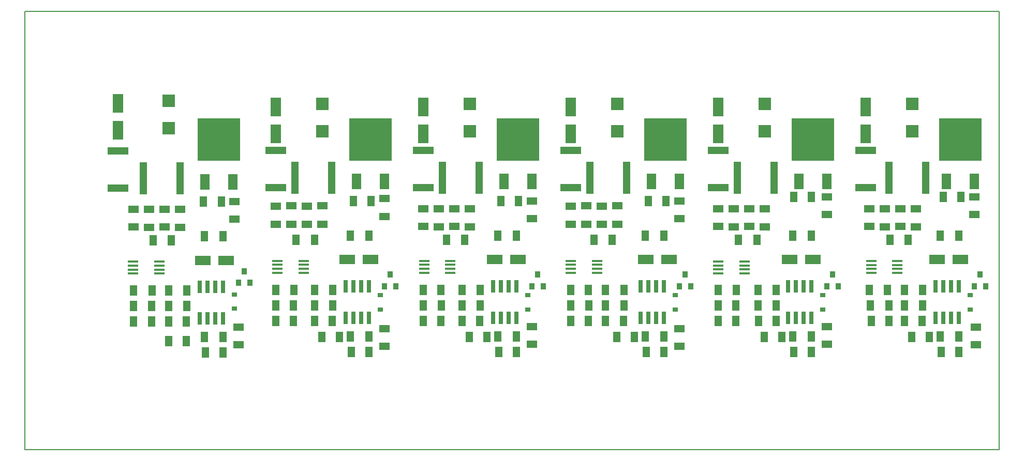
<source format=gbr>
G04 PROTEUS RS274X GERBER FILE*
%FSLAX45Y45*%
%MOMM*%
G01*
%ADD32R,0.889000X1.016000*%
%ADD29R,6.985000X6.985000*%
%ADD72R,1.524000X2.540000*%
%ADD26R,2.108200X2.108200*%
%ADD31R,0.889000X0.635000*%
%ADD20R,1.193800X5.308600*%
%ADD27R,1.651000X3.048000*%
%ADD33R,1.778000X0.381000*%
%ADD73R,0.635000X2.032000*%
%ADD28R,3.403600X1.244600*%
%ADD30R,2.540000X1.524000*%
%ADD24R,1.143000X1.803400*%
%ADD25R,1.803400X1.143000*%
%ADD39C,0.203200*%
D32*
X+8196580Y-1389380D03*
X+8290560Y-1579880D03*
X+8102600Y-1579880D03*
D29*
X+7874000Y+825500D03*
D72*
X+8102600Y+134620D03*
X+7645400Y+134620D03*
D32*
X+5783580Y-1389380D03*
X+5877560Y-1579880D03*
X+5689600Y-1579880D03*
D29*
X+5461000Y+825500D03*
D72*
X+5689600Y+134620D03*
X+5232400Y+134620D03*
D32*
X+3370580Y-1389380D03*
X+3464560Y-1579880D03*
X+3276600Y-1579880D03*
D29*
X+3048000Y+825500D03*
D72*
X+3276600Y+134620D03*
X+2819400Y+134620D03*
D32*
X+957580Y-1389380D03*
X+1051560Y-1579880D03*
X+863600Y-1579880D03*
D29*
X+635000Y+825500D03*
D72*
X+863600Y+134620D03*
X+406400Y+134620D03*
D32*
X-1455420Y-1389380D03*
X-1361440Y-1579880D03*
X-1549400Y-1579880D03*
D29*
X-1778000Y+825500D03*
D72*
X-1549400Y+134620D03*
X-2006600Y+134620D03*
D26*
X+7086600Y+1404620D03*
X+7086600Y+954620D03*
D31*
X+8039100Y-1960880D03*
X+8039100Y-1725930D03*
D26*
X+4673600Y+1404620D03*
X+4673600Y+954620D03*
D31*
X+5626100Y-1960880D03*
X+5626100Y-1725930D03*
D26*
X+2260600Y+1404620D03*
X+2260600Y+954620D03*
D31*
X+3213100Y-1960880D03*
X+3213100Y-1725930D03*
D26*
X-152400Y+1404620D03*
X-152400Y+954620D03*
D31*
X+800100Y-1960880D03*
X+800100Y-1725930D03*
D26*
X-2565400Y+1404620D03*
X-2565400Y+954620D03*
D31*
X-1612900Y-1960880D03*
X-1612900Y-1725930D03*
D20*
X+6705600Y+198120D03*
X+7305600Y+198120D03*
X+4229100Y+198120D03*
X+4829100Y+198120D03*
X+1816100Y+198120D03*
X+2416100Y+198120D03*
X-596900Y+198120D03*
X+3100Y+198120D03*
X-3009900Y+198120D03*
X-2409900Y+198120D03*
D27*
X+6324600Y+914620D03*
X+6324600Y+1359120D03*
X+3911600Y+914620D03*
X+3911600Y+1359120D03*
X+1498600Y+914620D03*
X+1498600Y+1359120D03*
X-914400Y+914620D03*
X-914400Y+1359120D03*
X-3327400Y+914620D03*
X-3327400Y+1359120D03*
D33*
X+6845300Y-1168400D03*
X+6845300Y-1233400D03*
X+6845300Y-1298400D03*
X+6845300Y-1363400D03*
X+6415300Y-1363400D03*
X+6415300Y-1298400D03*
X+6415300Y-1233400D03*
X+6415300Y-1168400D03*
D73*
X+7848600Y-2100580D03*
X+7721600Y-2100580D03*
X+7594600Y-2100580D03*
X+7467600Y-2100580D03*
X+7467600Y-1579880D03*
X+7594600Y-1579880D03*
X+7721600Y-1579880D03*
X+7848600Y-1579880D03*
D33*
X+4341600Y-1176600D03*
X+4341600Y-1241600D03*
X+4341600Y-1306600D03*
X+4341600Y-1371600D03*
X+3911600Y-1371600D03*
X+3911600Y-1306600D03*
X+3911600Y-1241600D03*
X+3911600Y-1176600D03*
D73*
X+5435600Y-2100580D03*
X+5308600Y-2100580D03*
X+5181600Y-2100580D03*
X+5054600Y-2100580D03*
X+5054600Y-1579880D03*
X+5181600Y-1579880D03*
X+5308600Y-1579880D03*
X+5435600Y-1579880D03*
D33*
X+1928600Y-1163900D03*
X+1928600Y-1228900D03*
X+1928600Y-1293900D03*
X+1928600Y-1358900D03*
X+1498600Y-1358900D03*
X+1498600Y-1293900D03*
X+1498600Y-1228900D03*
X+1498600Y-1163900D03*
D73*
X+3022600Y-2100580D03*
X+2895600Y-2100580D03*
X+2768600Y-2100580D03*
X+2641600Y-2100580D03*
X+2641600Y-1579880D03*
X+2768600Y-1579880D03*
X+2895600Y-1579880D03*
X+3022600Y-1579880D03*
D33*
X-469900Y-1165400D03*
X-469900Y-1230400D03*
X-469900Y-1295400D03*
X-469900Y-1360400D03*
X-899900Y-1360400D03*
X-899900Y-1295400D03*
X-899900Y-1230400D03*
X-899900Y-1165400D03*
D73*
X+609600Y-2100580D03*
X+482600Y-2100580D03*
X+355600Y-2100580D03*
X+228600Y-2100580D03*
X+228600Y-1579880D03*
X+355600Y-1579880D03*
X+482600Y-1579880D03*
X+609600Y-1579880D03*
D33*
X-2870200Y-1165400D03*
X-2870200Y-1230400D03*
X-2870200Y-1295400D03*
X-2870200Y-1360400D03*
X-3300200Y-1360400D03*
X-3300200Y-1295400D03*
X-3300200Y-1230400D03*
X-3300200Y-1165400D03*
D73*
X-1803400Y-2100580D03*
X-1930400Y-2100580D03*
X-2057400Y-2100580D03*
X-2184400Y-2100580D03*
X-2184400Y-1579880D03*
X-2057400Y-1579880D03*
X-1930400Y-1579880D03*
X-1803400Y-1579880D03*
D28*
X-3327400Y+642620D03*
X-3327400Y+32620D03*
X+6324600Y+642620D03*
X+6324600Y+32620D03*
X+1498600Y+642620D03*
X+1498600Y+32620D03*
X+3911600Y+642620D03*
X+3911600Y+32620D03*
X-914400Y+642620D03*
X-914400Y+32620D03*
D30*
X+7874000Y-1143000D03*
X+7493000Y-1143000D03*
D24*
X+7848600Y-754380D03*
X+7548600Y-754380D03*
D30*
X+5461000Y-1143000D03*
X+5080000Y-1143000D03*
D24*
X+5435600Y-754380D03*
X+5135600Y-754380D03*
D30*
X+3111500Y-1143000D03*
X+2730500Y-1143000D03*
D24*
X+3022600Y-754380D03*
X+2722600Y-754380D03*
D30*
X+635000Y-1143000D03*
X+254000Y-1143000D03*
D24*
X+609600Y-754380D03*
X+309600Y-754380D03*
D30*
X-1778000Y-1143000D03*
X-2159000Y-1143000D03*
D24*
X-1803400Y-754380D03*
X-2103400Y-754380D03*
X+6705600Y-2151380D03*
X+6415600Y-2151380D03*
X+6678100Y-1643380D03*
X+6388100Y-1643380D03*
D25*
X+6388100Y-599880D03*
X+6388100Y-309880D03*
X+6896100Y-599880D03*
X+6896100Y-309880D03*
D24*
X+7249600Y-2151380D03*
X+6959600Y-2151380D03*
D25*
X+8128000Y-2250000D03*
X+8128000Y-2540000D03*
D24*
X+7848600Y-2405380D03*
X+7548600Y-2405380D03*
D25*
X+7150100Y-309880D03*
X+7150100Y-609880D03*
X+8102600Y-119380D03*
X+8102600Y-409380D03*
D24*
X+7594600Y-119380D03*
X+7884600Y-119380D03*
X+7848600Y-2659380D03*
X+7558600Y-2659380D03*
D25*
X+6642100Y-309880D03*
X+6642100Y-609880D03*
D24*
X+7023100Y-817880D03*
X+6723100Y-817880D03*
X+7259600Y-1643380D03*
X+6959600Y-1643380D03*
X+7259600Y-1897380D03*
X+6959600Y-1897380D03*
X+6705600Y-1897380D03*
X+6405600Y-1897380D03*
X+4864100Y-1897380D03*
X+4564100Y-1897380D03*
X+4546600Y-817880D03*
X+4246600Y-817880D03*
X+4211600Y-1643380D03*
X+3911600Y-1643380D03*
D25*
X+4165600Y-309880D03*
X+4165600Y-609880D03*
D24*
X+4864100Y-1643380D03*
X+4564100Y-1643380D03*
X+5435600Y-2405380D03*
X+5135600Y-2405380D03*
X+5435600Y-2659380D03*
X+5145600Y-2659380D03*
D25*
X+5689600Y-2242380D03*
X+5689600Y-2532380D03*
X+5689600Y-119380D03*
X+5689600Y-409380D03*
D24*
X+5145600Y-119380D03*
X+5435600Y-119380D03*
X+3022600Y-2659380D03*
X+2732600Y-2659380D03*
D25*
X+3276600Y-2278380D03*
X+3276600Y-2568380D03*
X+3276600Y-182880D03*
X+3276600Y-472880D03*
D24*
X+2768600Y-182880D03*
X+3058600Y-182880D03*
D25*
X+3911600Y-599880D03*
X+3911600Y-309880D03*
X+4419600Y-599880D03*
X+4419600Y-309880D03*
X+4673600Y-309880D03*
X+4673600Y-609880D03*
D24*
X+4201600Y-2151380D03*
X+3911600Y-2151380D03*
X+4201600Y-1897380D03*
X+3911600Y-1897380D03*
X+4864100Y-2151380D03*
X+4574100Y-2151380D03*
X+3022600Y-2405380D03*
X+2722600Y-2405380D03*
D25*
X+2006600Y-563880D03*
X+2006600Y-273880D03*
X+1498600Y-563880D03*
X+1498600Y-273880D03*
X-914400Y-599880D03*
X-914400Y-309880D03*
X-406400Y-599880D03*
X-406400Y-309880D03*
X+1752600Y-263880D03*
X+1752600Y-563880D03*
X-660400Y-309880D03*
X-660400Y-609880D03*
D24*
X+2179600Y-817880D03*
X+1879600Y-817880D03*
X-233400Y-817880D03*
X-533400Y-817880D03*
D25*
X+2260600Y-263880D03*
X+2260600Y-563880D03*
X-152400Y-309880D03*
X-152400Y-609880D03*
X-3327400Y-563880D03*
X-3327400Y-273880D03*
X-2819400Y-563880D03*
X-2819400Y-273880D03*
X-2565400Y-263880D03*
X-2565400Y-563880D03*
X-3073400Y-263880D03*
X-3073400Y-563880D03*
D24*
X-2692400Y-817880D03*
X-2992400Y-817880D03*
X+1788600Y-2151380D03*
X+1498600Y-2151380D03*
X+1788600Y-1643380D03*
X+1498600Y-1643380D03*
X+2360100Y-2151380D03*
X+2070100Y-2151380D03*
X+2370100Y-1897380D03*
X+2070100Y-1897380D03*
X+1798600Y-1897380D03*
X+1498600Y-1897380D03*
X+2370100Y-1643380D03*
X+2070100Y-1643380D03*
X+609600Y-2405380D03*
X+309600Y-2405380D03*
D25*
X+863600Y-2242380D03*
X+863600Y-2532380D03*
D24*
X+609600Y-2659380D03*
X+319600Y-2659380D03*
D25*
X+863600Y-182880D03*
X+863600Y-472880D03*
D24*
X+355600Y-182880D03*
X+645600Y-182880D03*
X+10600Y-2151380D03*
X-279400Y-2151380D03*
X-624400Y-2151380D03*
X-914400Y-2151380D03*
X-624400Y-1643380D03*
X-914400Y-1643380D03*
X+20600Y-1897380D03*
X-279400Y-1897380D03*
X-614400Y-1897380D03*
X-914400Y-1897380D03*
X+20600Y-1643380D03*
X-279400Y-1643380D03*
X-2392400Y-1897380D03*
X-2692400Y-1897380D03*
X-3027400Y-1643380D03*
X-3327400Y-1643380D03*
X-2392400Y-1643380D03*
X-2692400Y-1643380D03*
X-1803400Y-2405380D03*
X-2103400Y-2405380D03*
X-3037400Y-2151380D03*
X-3327400Y-2151380D03*
X-3037400Y-1897380D03*
X-3327400Y-1897380D03*
X-2402400Y-2151380D03*
X-2692400Y-2151380D03*
D25*
X-1549400Y-2278380D03*
X-1549400Y-2568380D03*
X-1549400Y-146880D03*
X-1549400Y-436880D03*
D24*
X-2057400Y-182880D03*
X-1767400Y-182880D03*
X-1803400Y-2659380D03*
X-2093400Y-2659380D03*
D29*
X-4254500Y+817880D03*
D72*
X-4025900Y+127000D03*
X-4483100Y+127000D03*
D28*
X-5905500Y+635000D03*
X-5905500Y+25000D03*
D33*
X-5232400Y-1178100D03*
X-5232400Y-1243100D03*
X-5232400Y-1308100D03*
X-5232400Y-1373100D03*
X-5662400Y-1373100D03*
X-5662400Y-1308100D03*
X-5662400Y-1243100D03*
X-5662400Y-1178100D03*
D73*
X-4191000Y-2108200D03*
X-4318000Y-2108200D03*
X-4445000Y-2108200D03*
X-4572000Y-2108200D03*
X-4572000Y-1587500D03*
X-4445000Y-1587500D03*
X-4318000Y-1587500D03*
X-4191000Y-1587500D03*
D26*
X-5080000Y+1460500D03*
X-5080000Y+1010500D03*
D31*
X-4000500Y-1949450D03*
X-4000500Y-1714500D03*
D32*
X-3843020Y-1333500D03*
X-3749040Y-1524000D03*
X-3937000Y-1524000D03*
D27*
X-5905500Y+970500D03*
X-5905500Y+1415000D03*
D20*
X-5489500Y+190500D03*
X-4889500Y+190500D03*
D24*
X-4780000Y-1905000D03*
X-5080000Y-1905000D03*
X-5034000Y-825500D03*
X-5334000Y-825500D03*
X-5351500Y-1651000D03*
X-5651500Y-1651000D03*
D25*
X-5397500Y-317500D03*
X-5397500Y-617500D03*
D24*
X-4780000Y-1651000D03*
X-5080000Y-1651000D03*
X-4191000Y-2413000D03*
X-4491000Y-2413000D03*
X-4191000Y-762000D03*
X-4491000Y-762000D03*
D25*
X-4889500Y-317500D03*
X-4889500Y-617500D03*
D30*
X-4141610Y-1157110D03*
X-4522610Y-1157110D03*
D24*
X-5361500Y-2159000D03*
X-5651500Y-2159000D03*
X-5361500Y-1905000D03*
X-5651500Y-1905000D03*
D25*
X-5651500Y-607500D03*
X-5651500Y-317500D03*
X-5143500Y-607500D03*
X-5143500Y-317500D03*
D24*
X-4790000Y-2159000D03*
X-5080000Y-2159000D03*
D25*
X-3937000Y-2250000D03*
X-3937000Y-2540000D03*
X-4000500Y-190500D03*
X-4000500Y-480500D03*
D24*
X-4508500Y-190500D03*
X-4218500Y-190500D03*
X-4191000Y-2667000D03*
X-4481000Y-2667000D03*
X+7366000Y-2413000D03*
X+7076000Y-2413000D03*
X+4953000Y-2413000D03*
X+4663000Y-2413000D03*
X+2540000Y-2413000D03*
X+2250000Y-2413000D03*
X+127000Y-2413000D03*
X-163000Y-2413000D03*
X-2286000Y-2413000D03*
X-2576000Y-2413000D03*
X-4790000Y-2476500D03*
X-5080000Y-2476500D03*
D39*
X-7429500Y-4254500D02*
X+8509000Y-4254500D01*
X+8509000Y+2921000D01*
X-7429500Y+2921000D01*
X-7429500Y-4254500D01*
M02*

</source>
